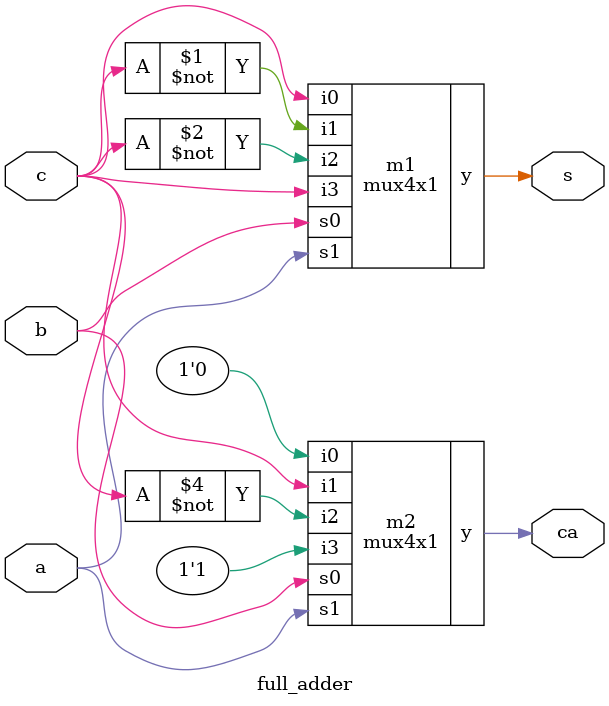
<source format=v>
module mux4x1(i0,i1,i2,i3,s0,s1,y);
input i0,i1,i2,i3,s0,s1;
output reg y;
always@ * begin
case({s0,s1})
2'b00:begin y=i0;end
2'b01:begin y=i1;end
2'b10:begin y=i2;end
2'b11:begin y=i3;end
endcase
end
endmodule




module full_adder(a,b,c,s,ca);
input a,b,c;
output s,ca;
mux4x1 m1(c,~c,~c,c,b,a,s);
mux4x1 m2(0,c,~c,1,b,a,ca);
endmodule
</source>
